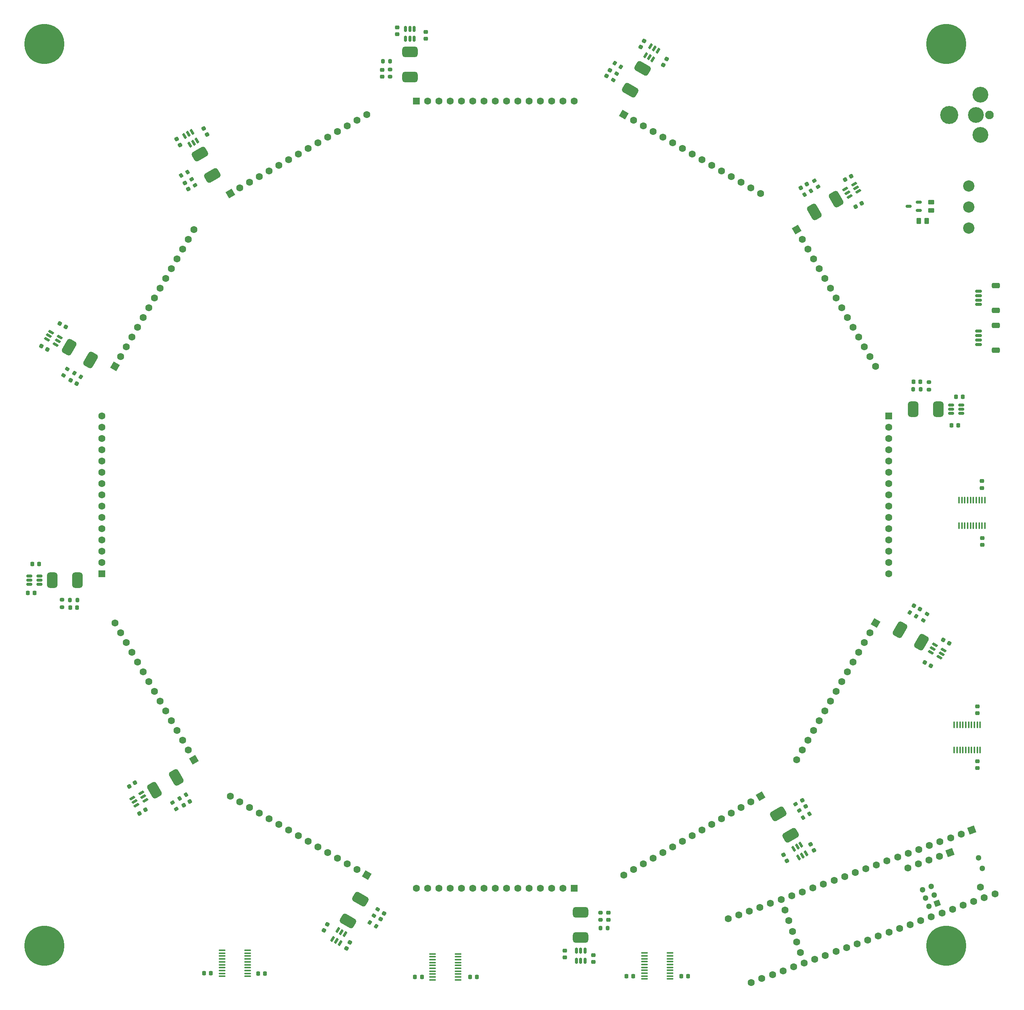
<source format=gts>
%TF.GenerationSoftware,KiCad,Pcbnew,7.0.10-7.0.10~ubuntu22.04.1*%
%TF.CreationDate,2024-10-03T13:24:51-07:00*%
%TF.ProjectId,teensy_arena_12-12,7465656e-7379-45f6-9172-656e615f3132,rev?*%
%TF.SameCoordinates,Original*%
%TF.FileFunction,Soldermask,Top*%
%TF.FilePolarity,Negative*%
%FSLAX46Y46*%
G04 Gerber Fmt 4.6, Leading zero omitted, Abs format (unit mm)*
G04 Created by KiCad (PCBNEW 7.0.10-7.0.10~ubuntu22.04.1) date 2024-10-03 13:24:51*
%MOMM*%
%LPD*%
G01*
G04 APERTURE LIST*
G04 Aperture macros list*
%AMRoundRect*
0 Rectangle with rounded corners*
0 $1 Rounding radius*
0 $2 $3 $4 $5 $6 $7 $8 $9 X,Y pos of 4 corners*
0 Add a 4 corners polygon primitive as box body*
4,1,4,$2,$3,$4,$5,$6,$7,$8,$9,$2,$3,0*
0 Add four circle primitives for the rounded corners*
1,1,$1+$1,$2,$3*
1,1,$1+$1,$4,$5*
1,1,$1+$1,$6,$7*
1,1,$1+$1,$8,$9*
0 Add four rect primitives between the rounded corners*
20,1,$1+$1,$2,$3,$4,$5,0*
20,1,$1+$1,$4,$5,$6,$7,0*
20,1,$1+$1,$6,$7,$8,$9,0*
20,1,$1+$1,$8,$9,$2,$3,0*%
%AMRotRect*
0 Rectangle, with rotation*
0 The origin of the aperture is its center*
0 $1 length*
0 $2 width*
0 $3 Rotation angle, in degrees counterclockwise*
0 Add horizontal line*
21,1,$1,$2,0,0,$3*%
G04 Aperture macros list end*
%ADD10RoundRect,0.587500X0.587500X1.162500X-0.587500X1.162500X-0.587500X-1.162500X0.587500X-1.162500X0*%
%ADD11RoundRect,0.150000X-0.150000X0.512500X-0.150000X-0.512500X0.150000X-0.512500X0.150000X0.512500X0*%
%ADD12RoundRect,0.225000X0.250000X-0.225000X0.250000X0.225000X-0.250000X0.225000X-0.250000X-0.225000X0*%
%ADD13RoundRect,0.225000X0.329006X-0.069856X0.104006X0.319856X-0.329006X0.069856X-0.104006X-0.319856X0*%
%ADD14C,9.000000*%
%ADD15R,1.600000X1.600000*%
%ADD16C,1.600000*%
%ADD17RoundRect,0.225000X0.225000X0.250000X-0.225000X0.250000X-0.225000X-0.250000X0.225000X-0.250000X0*%
%ADD18RoundRect,0.225000X-0.250000X0.225000X-0.250000X-0.225000X0.250000X-0.225000X0.250000X0.225000X0*%
%ADD19RoundRect,0.200000X-0.200000X-0.275000X0.200000X-0.275000X0.200000X0.275000X-0.200000X0.275000X0*%
%ADD20RotRect,1.600000X1.600000X240.000000*%
%ADD21RoundRect,0.200000X0.200000X0.275000X-0.200000X0.275000X-0.200000X-0.275000X0.200000X-0.275000X0*%
%ADD22RoundRect,0.225000X-0.104006X0.319856X-0.329006X-0.069856X0.104006X-0.319856X0.329006X0.069856X0*%
%ADD23RoundRect,0.225000X-0.329006X0.069856X-0.104006X-0.319856X0.329006X-0.069856X0.104006X0.319856X0*%
%ADD24RoundRect,0.225000X-0.225000X-0.250000X0.225000X-0.250000X0.225000X0.250000X-0.225000X0.250000X0*%
%ADD25RoundRect,0.150000X-0.368838X-0.386154X0.518838X0.126346X0.368838X0.386154X-0.518838X-0.126346X0*%
%ADD26C,2.540000*%
%ADD27RoundRect,0.100000X0.637500X0.100000X-0.637500X0.100000X-0.637500X-0.100000X0.637500X-0.100000X0*%
%ADD28RoundRect,0.225000X0.069856X0.329006X-0.319856X0.104006X-0.069856X-0.329006X0.319856X-0.104006X0*%
%ADD29RoundRect,0.200000X-0.035705X-0.338157X0.310705X-0.138157X0.035705X0.338157X-0.310705X0.138157X0*%
%ADD30RoundRect,0.100000X-0.100000X0.637500X-0.100000X-0.637500X0.100000X-0.637500X0.100000X0.637500X0*%
%ADD31RoundRect,0.200000X0.338157X-0.035705X0.138157X0.310705X-0.338157X0.035705X-0.138157X-0.310705X0*%
%ADD32RoundRect,0.200000X0.035705X0.338157X-0.310705X0.138157X-0.035705X-0.338157X0.310705X-0.138157X0*%
%ADD33RoundRect,0.150000X-0.518838X0.126346X0.368838X-0.386154X0.518838X-0.126346X-0.368838X0.386154X0*%
%ADD34RotRect,1.600000X1.600000X150.000000*%
%ADD35RotRect,1.600000X1.600000X210.000000*%
%ADD36RoundRect,0.587500X-1.300505X-0.072460X-0.713005X-1.090040X1.300505X0.072460X0.713005X1.090040X0*%
%ADD37RoundRect,0.150000X0.625000X-0.150000X0.625000X0.150000X-0.625000X0.150000X-0.625000X-0.150000X0*%
%ADD38RoundRect,0.250000X0.650000X-0.350000X0.650000X0.350000X-0.650000X0.350000X-0.650000X-0.350000X0*%
%ADD39RoundRect,0.200000X-0.338157X0.035705X-0.138157X-0.310705X0.338157X-0.035705X0.138157X0.310705X0*%
%ADD40RoundRect,0.200000X-0.138157X0.310705X-0.338157X-0.035705X0.138157X-0.310705X0.338157X0.035705X0*%
%ADD41RoundRect,0.225000X-0.069856X-0.329006X0.319856X-0.104006X0.069856X0.329006X-0.319856X0.104006X0*%
%ADD42RoundRect,0.200000X-0.310705X-0.138157X0.035705X-0.338157X0.310705X0.138157X-0.035705X0.338157X0*%
%ADD43RoundRect,0.200000X0.275000X-0.200000X0.275000X0.200000X-0.275000X0.200000X-0.275000X-0.200000X0*%
%ADD44RoundRect,0.225000X0.104006X-0.319856X0.329006X0.069856X-0.104006X0.319856X-0.329006X-0.069856X0*%
%ADD45RoundRect,0.200000X0.138157X-0.310705X0.338157X0.035705X-0.138157X0.310705X-0.338157X-0.035705X0*%
%ADD46RoundRect,0.587500X1.300505X0.072460X0.713005X1.090040X-1.300505X-0.072460X-0.713005X-1.090040X0*%
%ADD47RoundRect,0.150000X0.512500X0.150000X-0.512500X0.150000X-0.512500X-0.150000X0.512500X-0.150000X0*%
%ADD48RoundRect,0.587500X1.162500X-0.587500X1.162500X0.587500X-1.162500X0.587500X-1.162500X-0.587500X0*%
%ADD49RoundRect,0.225000X-0.319856X-0.104006X0.069856X-0.329006X0.319856X0.104006X-0.069856X0.329006X0*%
%ADD50RoundRect,0.150000X0.126346X0.518838X-0.386154X-0.368838X-0.126346X-0.518838X0.386154X0.368838X0*%
%ADD51C,3.556000*%
%ADD52C,1.930400*%
%ADD53C,4.064000*%
%ADD54RoundRect,0.225000X0.319856X0.104006X-0.069856X0.329006X-0.319856X-0.104006X0.069856X-0.329006X0*%
%ADD55RotRect,1.600000X1.600000X30.000000*%
%ADD56RoundRect,0.587500X-0.587500X-1.162500X0.587500X-1.162500X0.587500X1.162500X-0.587500X1.162500X0*%
%ADD57RoundRect,0.250000X-0.262500X-0.450000X0.262500X-0.450000X0.262500X0.450000X-0.262500X0.450000X0*%
%ADD58RotRect,1.600000X1.600000X200.000000*%
%ADD59RotRect,1.300000X1.300000X200.000000*%
%ADD60C,1.300000*%
%ADD61RoundRect,0.150000X0.518838X-0.126346X-0.368838X0.386154X-0.518838X0.126346X0.368838X-0.386154X0*%
%ADD62RotRect,1.600000X1.600000X60.000000*%
%ADD63RoundRect,0.587500X0.713005X-1.090040X1.300505X-0.072460X-0.713005X1.090040X-1.300505X0.072460X0*%
%ADD64RotRect,1.600000X1.600000X120.000000*%
%ADD65RoundRect,0.150000X0.368838X0.386154X-0.518838X-0.126346X-0.368838X-0.386154X0.518838X0.126346X0*%
%ADD66RoundRect,0.150000X0.150000X-0.512500X0.150000X0.512500X-0.150000X0.512500X-0.150000X-0.512500X0*%
%ADD67RoundRect,0.587500X-0.713005X1.090040X-1.300505X0.072460X0.713005X-1.090040X1.300505X-0.072460X0*%
%ADD68RoundRect,0.150000X-0.386154X0.368838X0.126346X-0.518838X0.386154X-0.368838X-0.126346X0.518838X0*%
%ADD69RoundRect,0.587500X-1.090040X-0.713005X-0.072460X-1.300505X1.090040X0.713005X0.072460X1.300505X0*%
%ADD70RoundRect,0.150000X-0.512500X-0.150000X0.512500X-0.150000X0.512500X0.150000X-0.512500X0.150000X0*%
%ADD71RoundRect,0.200000X0.310705X0.138157X-0.035705X0.338157X-0.310705X-0.138157X0.035705X-0.338157X0*%
%ADD72RoundRect,0.587500X-0.072460X1.300505X-1.090040X0.713005X0.072460X-1.300505X1.090040X-0.713005X0*%
%ADD73RoundRect,0.200000X-0.275000X0.200000X-0.275000X-0.200000X0.275000X-0.200000X0.275000X0.200000X0*%
%ADD74RoundRect,0.587500X0.072460X-1.300505X1.090040X-0.713005X-0.072460X1.300505X-1.090040X0.713005X0*%
%ADD75RoundRect,0.150000X-0.126346X-0.518838X0.386154X0.368838X0.126346X0.518838X-0.386154X-0.368838X0*%
%ADD76RoundRect,0.587500X1.090040X0.713005X0.072460X1.300505X-1.090040X-0.713005X-0.072460X-1.300505X0*%
%ADD77RotRect,1.600000X1.600000X300.000000*%
%ADD78RoundRect,0.587500X-1.162500X0.587500X-1.162500X-0.587500X1.162500X-0.587500X1.162500X0.587500X0*%
%ADD79RotRect,1.600000X1.600000X330.000000*%
%ADD80RoundRect,0.250000X-0.450000X0.262500X-0.450000X-0.262500X0.450000X-0.262500X0.450000X0.262500X0*%
%ADD81RoundRect,0.150000X0.386154X-0.368838X-0.126346X0.518838X-0.386154X0.368838X0.126346X-0.518838X0*%
G04 APERTURE END LIST*
D10*
%TO.C,L1*%
X277583600Y-158546800D03*
X271933600Y-158546800D03*
%TD*%
D11*
%TO.C,U15*%
X198003200Y-280511900D03*
X197053200Y-280511900D03*
X196103200Y-280511900D03*
X196103200Y-282786900D03*
X197053200Y-282786900D03*
X198003200Y-282786900D03*
%TD*%
D12*
%TO.C,C3*%
X286385000Y-227055000D03*
X286385000Y-225505000D03*
%TD*%
D13*
%TO.C,C23*%
X112872100Y-96634370D03*
X112097100Y-95292030D03*
%TD*%
D14*
%TO.C,H1*%
X76200000Y-76200000D03*
%TD*%
D15*
%TO.C,P10*%
X195580000Y-266474000D03*
D16*
X193040000Y-266474000D03*
X190500000Y-266474000D03*
X187960000Y-266474000D03*
X185420000Y-266474000D03*
X182880000Y-266474000D03*
X180340000Y-266474000D03*
X177800000Y-266474000D03*
X175260000Y-266474000D03*
X172720000Y-266474000D03*
X170180000Y-266474000D03*
X167640000Y-266474000D03*
X165100000Y-266474000D03*
X162560000Y-266474000D03*
X160020000Y-266474000D03*
%TD*%
D17*
%TO.C,C6*%
X208899000Y-286268000D03*
X207349000Y-286268000D03*
%TD*%
D18*
%TO.C,C22*%
X152323800Y-82040200D03*
X152323800Y-83590200D03*
%TD*%
D19*
%TO.C,R22*%
X201498200Y-275464200D03*
X203148200Y-275464200D03*
%TD*%
D20*
%TO.C,P12*%
X263484000Y-206739068D03*
D16*
X262214000Y-208938773D03*
X260944000Y-211138477D03*
X259674000Y-213338182D03*
X258404000Y-215537886D03*
X257134000Y-217737591D03*
X255864000Y-219937295D03*
X254594000Y-222137000D03*
X253324000Y-224336705D03*
X252054000Y-226536409D03*
X250784000Y-228736114D03*
X249514000Y-230935818D03*
X248244000Y-233135523D03*
X246974000Y-235335227D03*
X245704000Y-237534932D03*
%TD*%
D21*
%TO.C,R10*%
X154101800Y-80135800D03*
X152451800Y-80135800D03*
%TD*%
D15*
%TO.C,P7*%
X89126000Y-195580000D03*
D16*
X89126000Y-193040000D03*
X89126000Y-190500000D03*
X89126000Y-187960000D03*
X89126000Y-185420000D03*
X89126000Y-182880000D03*
X89126000Y-180340000D03*
X89126000Y-177800000D03*
X89126000Y-175260000D03*
X89126000Y-172720000D03*
X89126000Y-170180000D03*
X89126000Y-167640000D03*
X89126000Y-165100000D03*
X89126000Y-162560000D03*
X89126000Y-160020000D03*
%TD*%
D22*
%TO.C,C18*%
X211323300Y-75540030D03*
X210548300Y-76882370D03*
%TD*%
D23*
%TO.C,C24*%
X106001900Y-97638030D03*
X106776900Y-98980370D03*
%TD*%
D24*
%TO.C,C30*%
X72478600Y-199898000D03*
X74028600Y-199898000D03*
%TD*%
D25*
%TO.C,U7*%
X256649496Y-108947526D03*
X257124496Y-109770250D03*
X257599496Y-110592974D03*
X259569704Y-109455474D03*
X259094704Y-108632750D03*
X258619704Y-107810026D03*
%TD*%
D24*
%TO.C,C31*%
X82040200Y-203276200D03*
X83590200Y-203276200D03*
%TD*%
D26*
%TO.C,SW1*%
X284480000Y-117752500D03*
X284480000Y-113002700D03*
X284480000Y-108252900D03*
%TD*%
D27*
%TO.C,U3*%
X217171100Y-286926600D03*
X217171100Y-286276600D03*
X217171100Y-285626600D03*
X217171100Y-284976600D03*
X217171100Y-284326600D03*
X217171100Y-283676600D03*
X217171100Y-283026600D03*
X217171100Y-282376600D03*
X217171100Y-281726600D03*
X217171100Y-281076600D03*
X211446100Y-281076600D03*
X211446100Y-281726600D03*
X211446100Y-282376600D03*
X211446100Y-283026600D03*
X211446100Y-283676600D03*
X211446100Y-284326600D03*
X211446100Y-284976600D03*
X211446100Y-285626600D03*
X211446100Y-286276600D03*
X211446100Y-286926600D03*
%TD*%
D28*
%TO.C,C32*%
X96634370Y-242727900D03*
X95292030Y-243502900D03*
%TD*%
D29*
%TO.C,R24*%
X247155329Y-250530600D03*
X248584271Y-249705600D03*
%TD*%
D17*
%TO.C,C8*%
X161254400Y-286491200D03*
X159704400Y-286491200D03*
%TD*%
D30*
%TO.C,U2*%
X287050200Y-229613400D03*
X286400200Y-229613400D03*
X285750200Y-229613400D03*
X285100200Y-229613400D03*
X284450200Y-229613400D03*
X283800200Y-229613400D03*
X283150200Y-229613400D03*
X282500200Y-229613400D03*
X281850200Y-229613400D03*
X281200200Y-229613400D03*
X281200200Y-235338400D03*
X281850200Y-235338400D03*
X282500200Y-235338400D03*
X283150200Y-235338400D03*
X283800200Y-235338400D03*
X284450200Y-235338400D03*
X285100200Y-235338400D03*
X285750200Y-235338400D03*
X286400200Y-235338400D03*
X287050200Y-235338400D03*
%TD*%
D31*
%TO.C,R11*%
X110168700Y-108106271D03*
X109343700Y-106677329D03*
%TD*%
D32*
%TO.C,R17*%
X108106271Y-245431300D03*
X106677329Y-246256300D03*
%TD*%
D33*
%TO.C,U17*%
X276852696Y-211659426D03*
X276377696Y-212482150D03*
X275902696Y-213304874D03*
X277872904Y-214442374D03*
X278347904Y-213619650D03*
X278822904Y-212796926D03*
%TD*%
D34*
%TO.C,P9*%
X148860932Y-263484000D03*
D16*
X146661227Y-262214000D03*
X144461523Y-260944000D03*
X142261818Y-259674000D03*
X140062114Y-258404000D03*
X137862409Y-257134000D03*
X135662705Y-255864000D03*
X133463000Y-254594000D03*
X131263295Y-253324000D03*
X129063591Y-252054000D03*
X126863886Y-250784000D03*
X124664182Y-249514000D03*
X122464477Y-248244000D03*
X120264773Y-246974000D03*
X118065068Y-245704000D03*
%TD*%
D35*
%TO.C,P11*%
X237534932Y-245704000D03*
D16*
X235335227Y-246974000D03*
X233135523Y-248244000D03*
X230935818Y-249514000D03*
X228736114Y-250784000D03*
X226536409Y-252054000D03*
X224336705Y-253324000D03*
X222137000Y-254594000D03*
X219937295Y-255864000D03*
X217737591Y-257134000D03*
X215537886Y-258404000D03*
X213338182Y-259674000D03*
X211138477Y-260944000D03*
X208938773Y-262214000D03*
X206739068Y-263484000D03*
%TD*%
D18*
%TO.C,C21*%
X155702000Y-72478600D03*
X155702000Y-74028600D03*
%TD*%
D36*
%TO.C,L5*%
X111234400Y-101011428D03*
X114059400Y-105904471D03*
%TD*%
D24*
%TO.C,C9*%
X124332400Y-285699200D03*
X125882400Y-285699200D03*
%TD*%
D37*
%TO.C,J3*%
X286675600Y-134951600D03*
X286675600Y-133951600D03*
X286675600Y-132951600D03*
X286675600Y-131951600D03*
D38*
X290550600Y-136251600D03*
X290550600Y-130651600D03*
%TD*%
D39*
%TO.C,R18*%
X105069400Y-247155329D03*
X105894400Y-248584271D03*
%TD*%
D40*
%TO.C,R14*%
X81371200Y-149491129D03*
X80546200Y-150920071D03*
%TD*%
D18*
%TO.C,C2*%
X287528000Y-187553000D03*
X287528000Y-189103000D03*
%TD*%
D41*
%TO.C,C33*%
X97638030Y-249598100D03*
X98980370Y-248823100D03*
%TD*%
D24*
%TO.C,C5*%
X219684000Y-286258000D03*
X221234000Y-286258000D03*
%TD*%
D42*
%TO.C,R25*%
X271217329Y-204340900D03*
X272646271Y-205165900D03*
%TD*%
D17*
%TO.C,C29*%
X75044600Y-193446400D03*
X73494600Y-193446400D03*
%TD*%
%TO.C,C10*%
X113732400Y-285659200D03*
X112182400Y-285659200D03*
%TD*%
D43*
%TO.C,R4*%
X275464200Y-154101800D03*
X275464200Y-152451800D03*
%TD*%
D29*
%TO.C,R5*%
X247493729Y-110168700D03*
X248922671Y-109343700D03*
%TD*%
D31*
%TO.C,R6*%
X250530600Y-108444671D03*
X249705600Y-107015729D03*
%TD*%
D44*
%TO.C,C37*%
X151983100Y-273468470D03*
X152758100Y-272126130D03*
%TD*%
D12*
%TO.C,C39*%
X199898000Y-283121400D03*
X199898000Y-281571400D03*
%TD*%
D41*
%TO.C,C14*%
X258965630Y-112872100D03*
X260307970Y-112097100D03*
%TD*%
D45*
%TO.C,R7*%
X204340900Y-84382671D03*
X205165900Y-82953729D03*
%TD*%
D14*
%TO.C,H3*%
X279400000Y-279400000D03*
%TD*%
D30*
%TO.C,U1*%
X288126000Y-179047000D03*
X287476000Y-179047000D03*
X286826000Y-179047000D03*
X286176000Y-179047000D03*
X285526000Y-179047000D03*
X284876000Y-179047000D03*
X284226000Y-179047000D03*
X283576000Y-179047000D03*
X282926000Y-179047000D03*
X282276000Y-179047000D03*
X282276000Y-184772000D03*
X282926000Y-184772000D03*
X283576000Y-184772000D03*
X284226000Y-184772000D03*
X284876000Y-184772000D03*
X285526000Y-184772000D03*
X286176000Y-184772000D03*
X286826000Y-184772000D03*
X287476000Y-184772000D03*
X288126000Y-184772000D03*
%TD*%
D46*
%TO.C,L11*%
X244365600Y-254588572D03*
X241540600Y-249695529D03*
%TD*%
D47*
%TO.C,Q2*%
X273238400Y-113751400D03*
X273238400Y-111851400D03*
X270963400Y-112801400D03*
%TD*%
D14*
%TO.C,H4*%
X76200000Y-279400000D03*
%TD*%
D48*
%TO.C,L10*%
X197053200Y-277583600D03*
X197053200Y-271933600D03*
%TD*%
D49*
%TO.C,C44*%
X274612030Y-215627500D03*
X275954370Y-216402500D03*
%TD*%
D50*
%TO.C,U14*%
X143940574Y-276852696D03*
X143117850Y-276377696D03*
X142295126Y-275902696D03*
X141157626Y-277872904D03*
X141980350Y-278347904D03*
X142803074Y-278822904D03*
%TD*%
D42*
%TO.C,R20*%
X149491129Y-274228800D03*
X150920071Y-275053800D03*
%TD*%
D51*
%TO.C,J1*%
X287096200Y-87706200D03*
D52*
X289102800Y-92202000D03*
D51*
X287096200Y-96697800D03*
D53*
X280111200Y-92202000D03*
D51*
X286105600Y-92202000D03*
%TD*%
D54*
%TO.C,C26*%
X80987970Y-139972500D03*
X79645630Y-139197500D03*
%TD*%
%TO.C,C46*%
X273468570Y-203616900D03*
X272126230Y-202841900D03*
%TD*%
D24*
%TO.C,C11*%
X280555400Y-162153600D03*
X282105400Y-162153600D03*
%TD*%
D55*
%TO.C,P5*%
X118065068Y-109896000D03*
D16*
X120264773Y-108626000D03*
X122464477Y-107356000D03*
X124664182Y-106086000D03*
X126863886Y-104816000D03*
X129063591Y-103546000D03*
X131263295Y-102276000D03*
X133463000Y-101006000D03*
X135662705Y-99736000D03*
X137862409Y-98466000D03*
X140062114Y-97196000D03*
X142261818Y-95926000D03*
X144461523Y-94656000D03*
X146661227Y-93386000D03*
X148860932Y-92116000D03*
%TD*%
D28*
%TO.C,C15*%
X257961970Y-106001900D03*
X256619630Y-106776900D03*
%TD*%
D56*
%TO.C,L7*%
X78016400Y-197053200D03*
X83666400Y-197053200D03*
%TD*%
D27*
%TO.C,U4*%
X169412500Y-287129000D03*
X169412500Y-286479000D03*
X169412500Y-285829000D03*
X169412500Y-285179000D03*
X169412500Y-284529000D03*
X169412500Y-283879000D03*
X169412500Y-283229000D03*
X169412500Y-282579000D03*
X169412500Y-281929000D03*
X169412500Y-281279000D03*
X163687500Y-281279000D03*
X163687500Y-281929000D03*
X163687500Y-282579000D03*
X163687500Y-283229000D03*
X163687500Y-283879000D03*
X163687500Y-284529000D03*
X163687500Y-285179000D03*
X163687500Y-285829000D03*
X163687500Y-286479000D03*
X163687500Y-287129000D03*
%TD*%
D49*
%TO.C,C27*%
X75540030Y-144276700D03*
X76882370Y-145051700D03*
%TD*%
D15*
%TO.C,P4*%
X160020000Y-89126000D03*
D16*
X162560000Y-89126000D03*
X165100000Y-89126000D03*
X167640000Y-89126000D03*
X170180000Y-89126000D03*
X172720000Y-89126000D03*
X175260000Y-89126000D03*
X177800000Y-89126000D03*
X180340000Y-89126000D03*
X182880000Y-89126000D03*
X185420000Y-89126000D03*
X187960000Y-89126000D03*
X190500000Y-89126000D03*
X193040000Y-89126000D03*
X195580000Y-89126000D03*
%TD*%
D13*
%TO.C,C43*%
X247742900Y-247992270D03*
X246967900Y-246649930D03*
%TD*%
D57*
%TO.C,R1*%
X273202400Y-116103400D03*
X275027400Y-116103400D03*
%TD*%
D22*
%TO.C,C35*%
X139972500Y-274612030D03*
X139197500Y-275954370D03*
%TD*%
D40*
%TO.C,R19*%
X151259100Y-271217329D03*
X150434100Y-272646271D03*
%TD*%
D49*
%TO.C,C28*%
X82131430Y-151983100D03*
X83473770Y-152758100D03*
%TD*%
D28*
%TO.C,C16*%
X247992370Y-107857100D03*
X246650030Y-108632100D03*
%TD*%
D23*
%TO.C,C25*%
X107857100Y-107607630D03*
X108632100Y-108949970D03*
%TD*%
D54*
%TO.C,C45*%
X280059970Y-211323300D03*
X278717630Y-210548300D03*
%TD*%
D44*
%TO.C,C17*%
X215627500Y-80987970D03*
X216402500Y-79645630D03*
%TD*%
D18*
%TO.C,C38*%
X193446400Y-280555400D03*
X193446400Y-282105400D03*
%TD*%
D58*
%TO.C,U18*%
X285152628Y-253394534D03*
D16*
X282765809Y-254263265D03*
X280378989Y-255131996D03*
X277992170Y-256000727D03*
X275605351Y-256869458D03*
X273218532Y-257738190D03*
X270831712Y-258606921D03*
X268444893Y-259475652D03*
X266058074Y-260344383D03*
X263671255Y-261213114D03*
X261284435Y-262081845D03*
X258897616Y-262950577D03*
X256510797Y-263819308D03*
X254123978Y-264688039D03*
X251737158Y-265556770D03*
X249350339Y-266425501D03*
X246963520Y-267294232D03*
X244576701Y-268162964D03*
X242189881Y-269031695D03*
X239803062Y-269900426D03*
X237416243Y-270769157D03*
X235029424Y-271637888D03*
X232642604Y-272506619D03*
X230255785Y-273375351D03*
X235468172Y-287696266D03*
X237854991Y-286827535D03*
X240241811Y-285958804D03*
X242628630Y-285090073D03*
X245015449Y-284221342D03*
X247402268Y-283352610D03*
X249789088Y-282483879D03*
X252175907Y-281615148D03*
X254562726Y-280746417D03*
X256949545Y-279877686D03*
X259336365Y-279008955D03*
X261723184Y-278140223D03*
X264110003Y-277271492D03*
X266496822Y-276402761D03*
X268883642Y-275534030D03*
X271270461Y-274665299D03*
X273657280Y-273796568D03*
X276044099Y-272927836D03*
X278430919Y-272059105D03*
X280817738Y-271190374D03*
X283204557Y-270321643D03*
X285591376Y-269452912D03*
X287978196Y-268584181D03*
X290365015Y-267715449D03*
X287109465Y-266197361D03*
X243058613Y-271418514D03*
X243927344Y-273805333D03*
X244796075Y-276192153D03*
X245664806Y-278578972D03*
X246533537Y-280965791D03*
D58*
X280276751Y-258415801D03*
D16*
X277889932Y-259284533D03*
X275503113Y-260153264D03*
X273116293Y-261021995D03*
X270729474Y-261890726D03*
D59*
X277343220Y-269860104D03*
D60*
X276659179Y-267980719D03*
X275975139Y-266101334D03*
X274095754Y-266785374D03*
X274779794Y-268664759D03*
X275463834Y-270544144D03*
X287507211Y-261998076D03*
X286638480Y-259611257D03*
%TD*%
D15*
%TO.C,P1*%
X266474000Y-160020000D03*
D16*
X266474000Y-162560000D03*
X266474000Y-165100000D03*
X266474000Y-167640000D03*
X266474000Y-170180000D03*
X266474000Y-172720000D03*
X266474000Y-175260000D03*
X266474000Y-177800000D03*
X266474000Y-180340000D03*
X266474000Y-182880000D03*
X266474000Y-185420000D03*
X266474000Y-187960000D03*
X266474000Y-190500000D03*
X266474000Y-193040000D03*
X266474000Y-195580000D03*
%TD*%
D12*
%TO.C,C20*%
X162153600Y-75044600D03*
X162153600Y-73494600D03*
%TD*%
D61*
%TO.C,U11*%
X78747304Y-143940574D03*
X79222304Y-143117850D03*
X79697304Y-142295126D03*
X77727096Y-141157626D03*
X77252096Y-141980350D03*
X76777096Y-142803074D03*
%TD*%
D12*
%TO.C,C40*%
X203276200Y-273559800D03*
X203276200Y-272009800D03*
%TD*%
D21*
%TO.C,R15*%
X83627800Y-201523600D03*
X81977800Y-201523600D03*
%TD*%
D62*
%TO.C,P6*%
X92116000Y-148860932D03*
D16*
X93386000Y-146661227D03*
X94656000Y-144461523D03*
X95926000Y-142261818D03*
X97196000Y-140062114D03*
X98466000Y-137862409D03*
X99736000Y-135662705D03*
X101006000Y-133463000D03*
X102276000Y-131263295D03*
X103546000Y-129063591D03*
X104816000Y-126863886D03*
X106086000Y-124664182D03*
X107356000Y-122464477D03*
X108626000Y-120264773D03*
X109896000Y-118065068D03*
%TD*%
D63*
%TO.C,L9*%
X144582000Y-273841772D03*
X147407000Y-268948729D03*
%TD*%
D64*
%TO.C,P8*%
X109896000Y-237534932D03*
D16*
X108626000Y-235335227D03*
X107356000Y-233135523D03*
X106086000Y-230935818D03*
X104816000Y-228736114D03*
X103546000Y-226536409D03*
X102276000Y-224336705D03*
X101006000Y-222137000D03*
X99736000Y-219937295D03*
X98466000Y-217737591D03*
X97196000Y-215537886D03*
X95926000Y-213338182D03*
X94656000Y-211138477D03*
X93386000Y-208938773D03*
X92116000Y-206739068D03*
%TD*%
D17*
%TO.C,C13*%
X273559800Y-152323800D03*
X272009800Y-152323800D03*
%TD*%
D65*
%TO.C,U13*%
X98950504Y-246652474D03*
X98475504Y-245829750D03*
X98000504Y-245007026D03*
X96030296Y-246144526D03*
X96505296Y-246967250D03*
X96980296Y-247789974D03*
%TD*%
D17*
%TO.C,C12*%
X283121400Y-155702000D03*
X281571400Y-155702000D03*
%TD*%
D66*
%TO.C,U9*%
X157596800Y-75088100D03*
X158546800Y-75088100D03*
X159496800Y-75088100D03*
X159496800Y-72813100D03*
X158546800Y-72813100D03*
X157596800Y-72813100D03*
%TD*%
D67*
%TO.C,L3*%
X211018000Y-81758228D03*
X208193000Y-86651271D03*
%TD*%
D14*
%TO.C,H2*%
X279400000Y-76200000D03*
%TD*%
D18*
%TO.C,C4*%
X286385000Y-237845000D03*
X286385000Y-239395000D03*
%TD*%
D68*
%TO.C,U16*%
X246652474Y-256649496D03*
X245829750Y-257124496D03*
X245007026Y-257599496D03*
X246144526Y-259569704D03*
X246967250Y-259094704D03*
X247789974Y-258619704D03*
%TD*%
D69*
%TO.C,L6*%
X81758228Y-144582000D03*
X86651271Y-147407000D03*
%TD*%
D19*
%TO.C,R3*%
X271972200Y-154076400D03*
X273622200Y-154076400D03*
%TD*%
D70*
%TO.C,U6*%
X280511900Y-157596800D03*
X280511900Y-158546800D03*
X280511900Y-159496800D03*
X282786900Y-159496800D03*
X282786900Y-158546800D03*
X282786900Y-157596800D03*
%TD*%
D24*
%TO.C,C7*%
X172084400Y-286461200D03*
X173634400Y-286461200D03*
%TD*%
D39*
%TO.C,R23*%
X245431300Y-247493729D03*
X246256300Y-248922671D03*
%TD*%
D47*
%TO.C,U12*%
X75088100Y-198003200D03*
X75088100Y-197053200D03*
X75088100Y-196103200D03*
X72813100Y-196103200D03*
X72813100Y-197053200D03*
X72813100Y-198003200D03*
%TD*%
D71*
%TO.C,R8*%
X206108871Y-81371200D03*
X204679929Y-80546200D03*
%TD*%
D72*
%TO.C,L2*%
X254588572Y-111234400D03*
X249695529Y-114059400D03*
%TD*%
D41*
%TO.C,C34*%
X107607630Y-247742900D03*
X108949970Y-246967900D03*
%TD*%
D23*
%TO.C,C41*%
X242727900Y-258965630D03*
X243502900Y-260307970D03*
%TD*%
D45*
%TO.C,R26*%
X274228800Y-206108871D03*
X275053800Y-204679929D03*
%TD*%
D12*
%TO.C,C1*%
X287477200Y-176289000D03*
X287477200Y-174739000D03*
%TD*%
D73*
%TO.C,R16*%
X80135800Y-201498200D03*
X80135800Y-203148200D03*
%TD*%
D74*
%TO.C,L8*%
X101011428Y-244365600D03*
X105904471Y-241540600D03*
%TD*%
D71*
%TO.C,R13*%
X84382671Y-151259100D03*
X82953729Y-150434100D03*
%TD*%
D75*
%TO.C,U8*%
X211659426Y-78747304D03*
X212482150Y-79222304D03*
X213304874Y-79697304D03*
X214442374Y-77727096D03*
X213619650Y-77252096D03*
X212796926Y-76777096D03*
%TD*%
D43*
%TO.C,R9*%
X154076400Y-83627800D03*
X154076400Y-81977800D03*
%TD*%
D76*
%TO.C,L12*%
X273841772Y-211018000D03*
X268948729Y-208193000D03*
%TD*%
D77*
%TO.C,P2*%
X245704000Y-118065068D03*
D16*
X246974000Y-120264773D03*
X248244000Y-122464477D03*
X249514000Y-124664182D03*
X250784000Y-126863886D03*
X252054000Y-129063591D03*
X253324000Y-131263295D03*
X254594000Y-133463000D03*
X255864000Y-135662705D03*
X257134000Y-137862409D03*
X258404000Y-140062114D03*
X259674000Y-142261818D03*
X260944000Y-144461523D03*
X262214000Y-146661227D03*
X263484000Y-148860932D03*
%TD*%
D78*
%TO.C,L4*%
X158546800Y-78016400D03*
X158546800Y-83666400D03*
%TD*%
D44*
%TO.C,C36*%
X144276700Y-280059970D03*
X145051700Y-278717630D03*
%TD*%
D37*
%TO.C,J2*%
X286675600Y-143962600D03*
X286675600Y-142962600D03*
X286675600Y-141962600D03*
X286675600Y-140962600D03*
D38*
X290550600Y-145262600D03*
X290550600Y-139662600D03*
%TD*%
D13*
%TO.C,C42*%
X249598100Y-257961970D03*
X248823100Y-256619630D03*
%TD*%
D79*
%TO.C,P3*%
X206739068Y-92116000D03*
D16*
X208938773Y-93386000D03*
X211138477Y-94656000D03*
X213338182Y-95926000D03*
X215537886Y-97196000D03*
X217737591Y-98466000D03*
X219937295Y-99736000D03*
X222137000Y-101006000D03*
X224336705Y-102276000D03*
X226536409Y-103546000D03*
X228736114Y-104816000D03*
X230935818Y-106086000D03*
X233135523Y-107356000D03*
X235335227Y-108626000D03*
X237534932Y-109896000D03*
%TD*%
D27*
%TO.C,U5*%
X121967600Y-286316000D03*
X121967600Y-285666000D03*
X121967600Y-285016000D03*
X121967600Y-284366000D03*
X121967600Y-283716000D03*
X121967600Y-283066000D03*
X121967600Y-282416000D03*
X121967600Y-281766000D03*
X121967600Y-281116000D03*
X121967600Y-280466000D03*
X116242600Y-280466000D03*
X116242600Y-281116000D03*
X116242600Y-281766000D03*
X116242600Y-282416000D03*
X116242600Y-283066000D03*
X116242600Y-283716000D03*
X116242600Y-284366000D03*
X116242600Y-285016000D03*
X116242600Y-285666000D03*
X116242600Y-286316000D03*
%TD*%
D80*
%TO.C,R2*%
X276043400Y-111888900D03*
X276043400Y-113713900D03*
%TD*%
D73*
%TO.C,R21*%
X201523600Y-271972200D03*
X201523600Y-273622200D03*
%TD*%
D32*
%TO.C,R12*%
X108444671Y-105069400D03*
X107015729Y-105894400D03*
%TD*%
D22*
%TO.C,C19*%
X203616900Y-82131430D03*
X202841900Y-83473770D03*
%TD*%
D81*
%TO.C,U10*%
X108947526Y-98950504D03*
X109770250Y-98475504D03*
X110592974Y-98000504D03*
X109455474Y-96030296D03*
X108632750Y-96505296D03*
X107810026Y-96980296D03*
%TD*%
M02*

</source>
